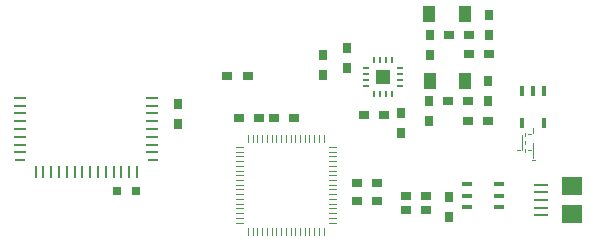
<source format=gbr>
G04 DipTrace 3.2.0.1*
G04 TopPaste.gbr*
%MOIN*%
G04 #@! TF.FileFunction,Paste,Top*
G04 #@! TF.Part,Single*
%AMOUTLINE2*
4,1,7,
0.004,0.000937,
-0.003071,0.000937,
-0.001197,0.0,
-0.003071,-0.000937,
0.004,-0.000937,
0.006063,-0.000937,
0.006063,0.000937,
0.004,0.000937,
0*%
%ADD98R,-0.001874X0.022126*%
%ADD100R,-0.001874X0.012126*%
%ADD102R,-0.001874X0.052126*%
%ADD104R,0.012126X-0.001874*%
%ADD112R,0.029528X0.031496*%
%ADD114R,0.025591X0.0*%
%ADD116R,0.0X0.025591*%
%ADD122R,0.035433X0.031496*%
%ADD124R,0.051181X0.051181*%
%ADD126O,0.025591X0.003937*%
%ADD128O,0.003937X0.025591*%
%ADD130R,0.015748X0.035433*%
%ADD136R,0.031496X0.035433*%
%ADD138R,0.03937X0.055118*%
%ADD140R,0.035433X0.015748*%
%ADD142R,0.066929X0.062992*%
%ADD144R,0.045276X0.007874*%
%ADD150R,0.008268X0.03937*%
%ADD152R,0.037402X0.008268*%
%ADD154R,0.03937X0.008268*%
%ADD160OUTLINE2*%
%FSLAX26Y26*%
G04*
G70*
G90*
G75*
G01*
G04 TopPaste*
%LPD*%
D154*
X905701Y989701D3*
Y963717D3*
Y937732D3*
Y911748D3*
Y885764D3*
Y859780D3*
Y833795D3*
Y807811D3*
D152*
X906488Y781827D3*
D150*
X854126Y743244D3*
X828142D3*
X802158D3*
X776173D3*
X750189D3*
X724205D3*
X698221D3*
X672236D3*
X646252D3*
X620268D3*
X594284D3*
X568299D3*
X542315D3*
X516331D3*
D152*
X463969Y781827D3*
D154*
X464756Y807811D3*
Y833795D3*
Y859780D3*
Y885764D3*
Y911748D3*
Y937732D3*
Y963717D3*
Y989701D3*
D144*
X2200299Y597992D3*
Y623583D3*
Y649173D3*
Y674764D3*
Y700355D3*
D142*
X2305614Y603780D3*
Y694370D3*
D140*
X2061701Y626701D3*
Y664103D3*
Y701504D3*
X1955402D3*
Y664103D3*
Y626701D3*
D138*
X1829701Y1046701D3*
X1947811D3*
D136*
X1892701Y659701D3*
Y592772D3*
D130*
X2211701Y1013701D3*
X2174299D3*
X2136898D3*
Y907402D3*
X2211701D3*
D128*
X1644701Y1002701D3*
X1664386D3*
X1684071D3*
X1703756D3*
D126*
X1731315Y1030260D3*
Y1049945D3*
Y1069630D3*
Y1089315D3*
D128*
X1703756Y1116874D3*
X1684071D3*
X1664386D3*
X1644701D3*
D126*
X1617142Y1089315D3*
Y1069630D3*
Y1049945D3*
Y1030260D3*
D124*
X1674229Y1059788D3*
D136*
X1828701Y913701D3*
Y980630D3*
D122*
X1889701Y979701D3*
X1956630D3*
X2024701Y912701D3*
X1957772D3*
D136*
X2023701Y977701D3*
Y1044630D3*
D138*
X1828701Y1269701D3*
X1946811D3*
D136*
X1829701Y1133701D3*
Y1200630D3*
D122*
X1894701Y1200701D3*
X1961630D3*
X2028701Y1134701D3*
X1961772D3*
D136*
X2027701Y1198701D3*
Y1265630D3*
D122*
X1610701Y933701D3*
X1677630D3*
D136*
X1552701Y1156701D3*
Y1089772D3*
X1472701Y1133701D3*
Y1066772D3*
D116*
X1227717Y541189D3*
X1243465D3*
X1259213D3*
X1274961D3*
X1290709D3*
X1306457D3*
X1322205D3*
X1337953D3*
X1353701D3*
X1369449D3*
X1385197D3*
X1400945D3*
X1416693D3*
X1432441D3*
X1448189D3*
X1463937D3*
X1479685D3*
D114*
X1509213Y570717D3*
Y586465D3*
Y602213D3*
Y617961D3*
Y633709D3*
Y649457D3*
Y665205D3*
Y680953D3*
Y696701D3*
Y712449D3*
Y728197D3*
Y743945D3*
Y759693D3*
Y775441D3*
Y791189D3*
Y806937D3*
Y822685D3*
D116*
X1479685Y852213D3*
X1463937D3*
X1448189D3*
X1432441D3*
X1416693D3*
X1400945D3*
X1385197D3*
X1369449D3*
X1353701D3*
X1337953D3*
X1322205D3*
X1306457D3*
X1290709D3*
X1274961D3*
X1259213D3*
X1243465D3*
X1227717D3*
D114*
X1198189Y822685D3*
Y806937D3*
Y791189D3*
Y775441D3*
Y759693D3*
Y743945D3*
Y728197D3*
Y712449D3*
Y696701D3*
Y680953D3*
Y665205D3*
Y649457D3*
Y633709D3*
Y617961D3*
Y602213D3*
Y586465D3*
Y570717D3*
D112*
X849701Y678701D3*
X786709D3*
D122*
X1653701Y706701D3*
X1586772D3*
X1309701Y922701D3*
X1376630D3*
X1653701Y646701D3*
X1586772D3*
X1750701Y614701D3*
X1817630D3*
X1750701Y661701D3*
X1817630D3*
X1195701Y922701D3*
X1262630D3*
D136*
X990236Y901236D3*
Y968166D3*
D122*
X1222701Y1063701D3*
X1155772D3*
D136*
X1735701Y871701D3*
Y938630D3*
D104*
X2127701Y813701D3*
D102*
X2140512Y840575D3*
D100*
X2151449Y813638D3*
D104*
X2164449D3*
D100*
X2151449Y839638D3*
Y865638D3*
D160*
X2164449Y839638D3*
D104*
Y865638D3*
D102*
X2177512Y812575D3*
D104*
X2177449Y779638D3*
D98*
X2177512Y877575D3*
M02*

</source>
